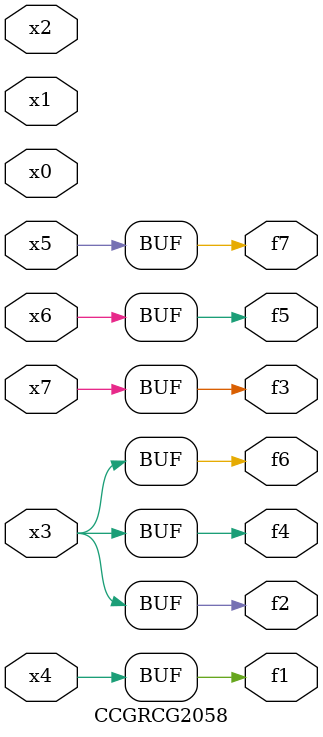
<source format=v>
module CCGRCG2058(
	input x0, x1, x2, x3, x4, x5, x6, x7,
	output f1, f2, f3, f4, f5, f6, f7
);
	assign f1 = x4;
	assign f2 = x3;
	assign f3 = x7;
	assign f4 = x3;
	assign f5 = x6;
	assign f6 = x3;
	assign f7 = x5;
endmodule

</source>
